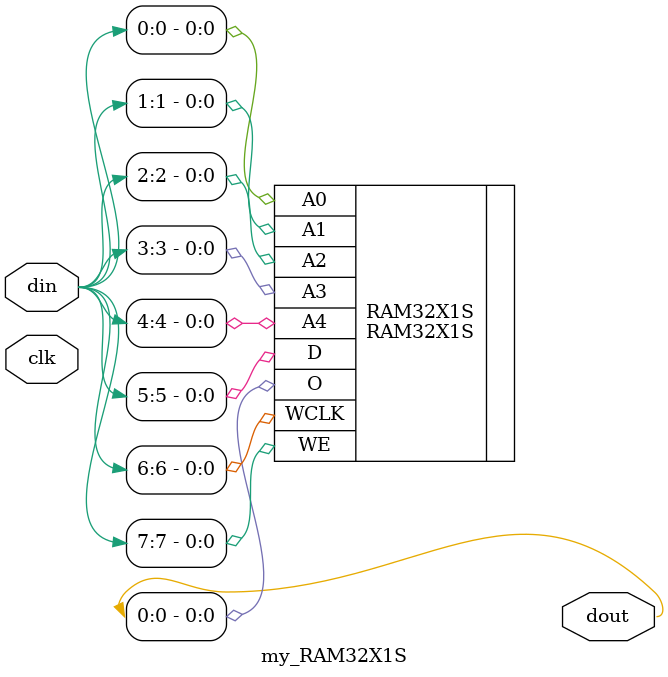
<source format=v>
module my_RAM32X1S (input clk, input [7:0] din, output [7:0] dout);
    parameter LOC = "";
    parameter BEL="A6LUT";
    (* LOC=LOC, BEL=BEL, KEEP, DONT_TOUCH *)
    RAM32X1S #(
        ) RAM32X1S (
            .O(dout[0]),
            .A0(din[0]),
            .A1(din[1]),
            .A2(din[2]),
            .A3(din[3]),
            .A4(din[4]),
            .D(din[5]),
            .WCLK(din[6]),
            .WE(din[7]));
endmodule
</source>
